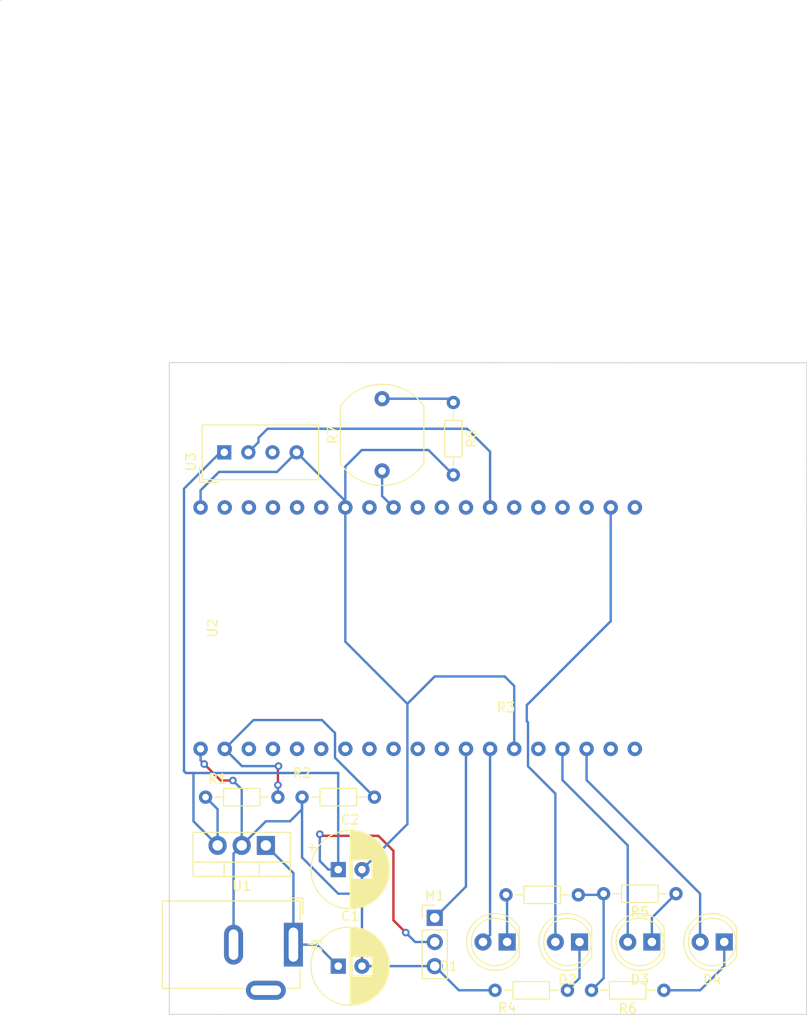
<source format=kicad_pcb>
(kicad_pcb (version 20211014) (generator pcbnew)
  (layers (0 "F.Cu" signal) (31 "B.Cu" signal) (34 "B.Paste" user) (35 "F.Paste" user) (36 "B.SilkS" user "B.Silkscreen") (37 "F.SilkS" user "F.Silkscreen") (38 "B.Mask" user) (39 "F.Mask" user) (44 "Edge.Cuts" user))
  (net 0 "")
  (net 1 "Net-(C1-Pad1)")
  (net 2 "GND")
  (net 3 "5V")
  (net 4 "Net-(D1-Pad1)")
  (net 5 "SERVO_LED2")
  (net 6 "Net-(D2-Pad1)")
  (net 7 "SERVO_LED1")
  (net 8 "Net-(D3-Pad1)")
  (net 9 "P1_LED")
  (net 10 "Net-(D4-Pad1)")
  (net 11 "P2_LED")
  (net 12 "SERVO_SIGNAL")
  (net 13 "3.3V")
  (net 14 "LDR1")
  (net 15 "Net-(R7-Pad2)")
  (net 40 "TEMP_SIG")
  (footprint "Capacitor_THT:CP_Radial_D8.0mm_P2.50mm" (layer "F.Cu") (at 116.84 129.54)
    (fp_text reference "C1" (at 1.25 -5.25) (layer "F.SilkS"))
    (fp_text value "C")
    (pad "1" thru_hole rect (at 0 0) (size 1.6 1.6) (drill 0.8) (layers *.Cu *.Mask) (net 1 "Net-(C1-Pad1)"))
    (pad "2" thru_hole circle (at 2.5 0) (size 1.6 1.6) (drill 0.8) (layers *.Cu *.Mask) (net 2 "GND"))
  )
  (footprint "LED_THT:LED_D5.0mm" (layer "F.Cu") (at 157.48 127 180)
    (fp_text reference "D4" (at 1.27 -3.96) (layer "F.SilkS"))
    (fp_text value "LED")
    (pad "1" thru_hole rect (at 0 0 180) (size 1.8 1.8) (drill 0.9) (layers *.Cu *.Mask) (net 10 "Net-(D4-Pad1)"))
    (pad "2" thru_hole circle (at 2.54 0 180) (size 1.8 1.8) (drill 0.9) (layers *.Cu *.Mask) (net 11 "P2_LED"))
  )
  (footprint "LED_THT:LED_D5.0mm" (layer "F.Cu") (at 142.24 127 180)
    (fp_text reference "D2" (at 1.27 -3.96) (layer "F.SilkS"))
    (fp_text value "LED")
    (pad "1" thru_hole rect (at 0 0 180) (size 1.8 1.8) (drill 0.9) (layers *.Cu *.Mask) (net 6 "Net-(D2-Pad1)"))
    (pad "2" thru_hole circle (at 2.54 0 180) (size 1.8 1.8) (drill 0.9) (layers *.Cu *.Mask) (net 7 "SERVO_LED1"))
  )
  (footprint "Connector_PinHeader_2.54mm:PinHeader_1x03_P2.54mm_Vertical" (layer "F.Cu") (at 127 124.46)
    (fp_text reference "M1" (at 0 -2.33) (layer "F.SilkS"))
    (fp_text value "Motor_Servo")
    (pad "1" thru_hole rect (at 0 0) (size 1.7 1.7) (drill 1) (layers *.Cu *.Mask) (net 12 "SERVO_SIGNAL"))
    (pad "2" thru_hole oval (at 0 2.54) (size 1.7 1.7) (drill 1) (layers *.Cu *.Mask) (net 3 "5V"))
    (pad "3" thru_hole oval (at 0 5.08) (size 1.7 1.7) (drill 1) (layers *.Cu *.Mask) (net 2 "GND"))
  )
  (footprint "Resistor_THT:R_Axial_DIN0204_L3.6mm_D1.6mm_P7.62mm_Horizontal" (layer "F.Cu") (at 102.87 111.76)
    (fp_text reference "R1" (at 1.27 -1.92) (layer "F.SilkS"))
    (fp_text value "1k")
    (pad "1" thru_hole circle (at 0 0) (size 1.4 1.4) (drill 0.7) (layers *.Cu *.Mask) (net 3 "5V"))
    (pad "2" thru_hole oval (at 7.62 0) (size 1.4 1.4) (drill 0.7) (layers *.Cu *.Mask) (net 13 "3.3V"))
  )
  (footprint "LED_THT:LED_D5.0mm" (layer "F.Cu") (at 149.86 127 180)
    (fp_text reference "D3" (at 1.27 -3.96) (layer "F.SilkS"))
    (fp_text value "LED")
    (pad "1" thru_hole rect (at 0 0 180) (size 1.8 1.8) (drill 0.9) (layers *.Cu *.Mask) (net 8 "Net-(D3-Pad1)"))
    (pad "2" thru_hole circle (at 2.54 0 180) (size 1.8 1.8) (drill 0.9) (layers *.Cu *.Mask) (net 9 "P1_LED"))
  )
  (footprint "Resistor_THT:R_Axial_DIN0204_L3.6mm_D1.6mm_P7.62mm_Horizontal" (layer "F.Cu") (at 120.65 111.76 180)
    (fp_text reference "R2" (at 7.62 2.54) (layer "F.SilkS"))
    (fp_text value "2k")
    (pad "1" thru_hole circle (at 0 0 180) (size 1.4 1.4) (drill 0.7) (layers *.Cu *.Mask) (net 13 "3.3V"))
    (pad "2" thru_hole oval (at 7.62 0 180) (size 1.4 1.4) (drill 0.7) (layers *.Cu *.Mask) (net 2 "GND"))
  )
  (footprint "OptoDevice:R_LDR_10x8.5mm_P7.6mm_Vertical" (layer "F.Cu") (at 121.46 77.44 90)
    (fp_text reference "R7" (at 3.8 -5.2 90) (layer "F.SilkS"))
    (fp_text value "LDR03")
    (pad "1" thru_hole circle (at 0 0 90) (size 1.6 1.6) (drill 0.8) (layers *.Cu *.Mask) (net 14 "LDR1"))
    (pad "2" thru_hole circle (at 7.6 0 90) (size 1.6 1.6) (drill 0.8) (layers *.Cu *.Mask) (net 15 "Net-(R7-Pad2)"))
  )
  (footprint "Sensor:Aosong_DHT11_5.5x12.0_P2.54mm" (layer "F.Cu") (at 104.8375 75.4825 90)
    (fp_text reference "U3" (at -1 -3.5 90) (layer "F.SilkS"))
    (fp_text value "DHT11")
    (pad "1" thru_hole rect (at 0 0 90) (size 1.5 1.5) (drill 0.8) (layers *.Cu *.Mask) (net 3 "5V"))
    (pad "2" thru_hole circle (at 0 2.54 90) (size 1.5 1.5) (drill 0.8) (layers *.Cu *.Mask) (net 40 "TEMP_SIG"))
    (pad "3" thru_hole circle (at 0 5.08 90) (size 1.5 1.5) (drill 0.8) (layers *.Cu *.Mask))
    (pad "4" thru_hole circle (at 0 7.62 90) (size 1.5 1.5) (drill 0.8) (layers *.Cu *.Mask) (net 2 "GND"))
  )
  (footprint "Resistor_THT:R_Axial_DIN0204_L3.6mm_D1.6mm_P7.62mm_Horizontal" (layer "F.Cu") (at 134.5 122.04)
    (fp_text reference "R3" (at 0 -19.7) (layer "F.SilkS"))
    (fp_text value "220")
    (pad "1" thru_hole circle (at 0 0) (size 1.4 1.4) (drill 0.7) (layers *.Cu *.Mask) (net 4 "Net-(D1-Pad1)"))
    (pad "2" thru_hole oval (at 7.62 0) (size 1.4 1.4) (drill 0.7) (layers *.Cu *.Mask) (net 2 "GND"))
  )
  (footprint "Capacitor_THT:CP_Radial_D8.0mm_P2.50mm" (layer "F.Cu") (at 116.84 119.38)
    (fp_text reference "C2" (at 1.25 -5.25) (layer "F.SilkS"))
    (fp_text value "C")
    (pad "1" thru_hole rect (at 0 0) (size 1.6 1.6) (drill 0.8) (layers *.Cu *.Mask) (net 3 "5V"))
    (pad "2" thru_hole circle (at 2.5 0) (size 1.6 1.6) (drill 0.8) (layers *.Cu *.Mask) (net 2 "GND"))
  )
  (footprint "LED_THT:LED_D5.0mm" (layer "F.Cu") (at 134.62 127 180)
    (fp_text reference "D1" (at 6.160048 -2.54) (layer "F.SilkS"))
    (fp_text value "LED")
    (pad "1" thru_hole rect (at 0 0 180) (size 1.8 1.8) (drill 0.9) (layers *.Cu *.Mask) (net 4 "Net-(D1-Pad1)"))
    (pad "2" thru_hole circle (at 2.54 0 180) (size 1.8 1.8) (drill 0.9) (layers *.Cu *.Mask) (net 5 "SERVO_LED2"))
  )
  (footprint "Connector_BarrelJack:BarrelJack_GCT_DCJ200-10-A_Horizontal" (layer "F.Cu") (at 112.12 127.28 -90)
    (fp_text reference "J1" (at 0 -2.5 90) (layer "F.SilkS"))
    (fp_text value "Barrel_Jack")
    (pad "1" thru_hole rect (at 0 0 270) (size 4.6 2) (drill oval 3.6 1) (layers *.Cu *.Mask) (net 1 "Net-(C1-Pad1)"))
    (pad "2" thru_hole oval (at 0 6.3 270) (size 4.2 2) (drill oval 3.2 1) (layers *.Cu *.Mask) (net 2 "GND"))
    (pad "3" thru_hole oval (at 4.8 2.9 270) (size 2 4.2) (drill oval 1 3.2) (layers *.Cu *.Mask))
  )
  (footprint "Package_TO_SOT_THT:TO-220-3_Vertical" (layer "F.Cu") (at 109.22 116.84 180)
    (fp_text reference "U1" (at 2.54 -4.27) (layer "F.SilkS"))
    (fp_text value "LM7805_TO220")
    (pad "1" thru_hole rect (at 0 0 180) (size 1.905 2) (drill 1.1) (layers *.Cu *.Mask) (net 1 "Net-(C1-Pad1)"))
    (pad "2" thru_hole oval (at 2.54 0 180) (size 1.905 2) (drill 1.1) (layers *.Cu *.Mask) (net 2 "GND"))
    (pad "3" thru_hole oval (at 5.08 0 180) (size 1.905 2) (drill 1.1) (layers *.Cu *.Mask) (net 3 "5V"))
  )
  (footprint "Resistor_THT:R_Axial_DIN0204_L3.6mm_D1.6mm_P7.62mm_Horizontal" (layer "F.Cu") (at 128.96 70.24 -90)
    (fp_text reference "R8" (at 3.81 -1.92 90) (layer "F.SilkS"))
    (fp_text value "10k")
    (pad "1" thru_hole circle (at 0 0 270) (size 1.4 1.4) (drill 0.7) (layers *.Cu *.Mask) (net 15 "Net-(R7-Pad2)"))
    (pad "2" thru_hole oval (at 7.62 0 270) (size 1.4 1.4) (drill 0.7) (layers *.Cu *.Mask) (net 2 "GND"))
  )
  (footprint "Resistor_THT:R_Axial_DIN0204_L3.6mm_D1.6mm_P7.62mm_Horizontal" (layer "F.Cu") (at 152.4 121.92 180)
    (fp_text reference "R5" (at 3.81 -1.92) (layer "F.SilkS"))
    (fp_text value "220")
    (pad "1" thru_hole circle (at 0 0 180) (size 1.4 1.4) (drill 0.7) (layers *.Cu *.Mask) (net 8 "Net-(D3-Pad1)"))
    (pad "2" thru_hole oval (at 7.62 0 180) (size 1.4 1.4) (drill 0.7) (layers *.Cu *.Mask) (net 2 "GND"))
  )
  (footprint "NodeMCU-DEVKITV1:ESP32-DOIT-DEVKIT" (layer "F.Cu") (at 99.8075 93.98 90)
    (fp_text reference "U2" (at 0 3.81 90) (layer "F.SilkS"))
    (fp_text value "NodeMCU")
    (pad "1" thru_hole circle (at -12.7 2.54 90) (size 1.524 1.524) (drill 0.762) (layers *.Cu *.Mask) (net 2 "GND"))
    (pad "2" thru_hole circle (at -12.7 5.08 90) (size 1.524 1.524) (drill 0.762) (layers *.Cu *.Mask) (net 13 "3.3V"))
    (pad "3" thru_hole circle (at -12.7 7.62 90) (size 1.524 1.524) (drill 0.762) (layers *.Cu *.Mask))
    (pad "4" thru_hole circle (at -12.7 10.16 90) (size 1.524 1.524) (drill 0.762) (layers *.Cu *.Mask))
    (pad "5" thru_hole circle (at -12.7 12.7 90) (size 1.524 1.524) (drill 0.762) (layers *.Cu *.Mask))
    (pad "5V" thru_hole circle (at -12.7 48.26 90) (size 1.524 1.524) (drill 0.762) (layers *.Cu *.Mask))
    (pad "6" thru_hole circle (at -12.7 15.24 90) (size 1.524 1.524) (drill 0.762) (layers *.Cu *.Mask))
    (pad "7" thru_hole circle (at -12.7 17.78 90) (size 1.524 1.524) (drill 0.762) (layers *.Cu *.Mask))
    (pad "8" thru_hole circle (at -12.7 20.32 90) (size 1.524 1.524) (drill 0.762) (layers *.Cu *.Mask))
    (pad "9" thru_hole circle (at -12.7 22.86 90) (size 1.524 1.524) (drill 0.762) (layers *.Cu *.Mask))
    (pad "10" thru_hole circle (at -12.7 25.4 90) (size 1.524 1.524) (drill 0.762) (layers *.Cu *.Mask))
    (pad "11" thru_hole circle (at -12.7 27.94 90) (size 1.524 1.524) (drill 0.762) (layers *.Cu *.Mask))
    (pad "12" thru_hole circle (at -12.7 30.48 90) (size 1.524 1.524) (drill 0.762) (layers *.Cu *.Mask) (net 12 "SERVO_SIGNAL"))
    (pad "13" thru_hole circle (at -12.7 33.02 90) (size 1.524 1.524) (drill 0.762) (layers *.Cu *.Mask) (net 5 "SERVO_LED2"))
    (pad "15" thru_hole circle (at -12.7 38.1 90) (size 1.524 1.524) (drill 0.762) (layers *.Cu *.Mask))
    (pad "16" thru_hole circle (at -12.7 40.64 90) (size 1.524 1.524) (drill 0.762) (layers *.Cu *.Mask) (net 9 "P1_LED"))
    (pad "17" thru_hole circle (at -12.7 43.18 90) (size 1.524 1.524) (drill 0.762) (layers *.Cu *.Mask) (net 11 "P2_LED"))
    (pad "18" thru_hole circle (at -12.7 45.72 90) (size 1.524 1.524) (drill 0.762) (layers *.Cu *.Mask))
    (pad "19" thru_hole circle (at 12.7 45.72 90) (size 1.524 1.524) (drill 0.762) (layers *.Cu *.Mask) (net 7 "SERVO_LED1"))
    (pad "20" thru_hole circle (at 12.7 43.18 90) (size 1.524 1.524) (drill 0.762) (layers *.Cu *.Mask))
    (pad "21" thru_hole circle (at 12.7 40.64 90) (size 1.524 1.524) (drill 0.762) (layers *.Cu *.Mask))
    (pad "22" thru_hole circle (at 12.7 38.1 90) (size 1.524 1.524) (drill 0.762) (layers *.Cu *.Mask))
    (pad "23" thru_hole circle (at 12.7 35.56 90) (size 1.524 1.524) (drill 0.762) (layers *.Cu *.Mask))
    (pad "24" thru_hole circle (at 12.7 33.02 90) (size 1.524 1.524) (drill 0.762) (layers *.Cu *.Mask) (net 40 "TEMP_SIG"))
    (pad "25" thru_hole circle (at 12.7 30.48 90) (size 1.524 1.524) (drill 0.762) (layers *.Cu *.Mask))
    (pad "26" thru_hole circle (at 12.7 27.94 90) (size 1.524 1.524) (drill 0.762) (layers *.Cu *.Mask))
    (pad "27" thru_hole circle (at 12.7 25.4 90) (size 1.524 1.524) (drill 0.762) (layers *.Cu *.Mask))
    (pad "28" thru_hole circle (at 12.7 22.86 90) (size 1.524 1.524) (drill 0.762) (layers *.Cu *.Mask) (net 14 "LDR1"))
    (pad "29" thru_hole circle (at 12.7 20.32 90) (size 1.524 1.524) (drill 0.762) (layers *.Cu *.Mask))
    (pad "31" thru_hole circle (at 12.7 15.24 90) (size 1.524 1.524) (drill 0.762) (layers *.Cu *.Mask))
    (pad "32" thru_hole circle (at 12.7 12.7 90) (size 1.524 1.524) (drill 0.762) (layers *.Cu *.Mask))
    (pad "33" thru_hole circle (at 12.7 10.16 90) (size 1.524 1.524) (drill 0.762) (layers *.Cu *.Mask))
    (pad "34" thru_hole circle (at 12.7 7.62 90) (size 1.524 1.524) (drill 0.762) (layers *.Cu *.Mask))
    (pad "35" thru_hole circle (at 12.7 5.08 90) (size 1.524 1.524) (drill 0.762) (layers *.Cu *.Mask))
    (pad "38" thru_hole circle (at 12.7 48.26 90) (size 1.524 1.524) (drill 0.762) (layers *.Cu *.Mask))
    (pad "GND" thru_hole circle (at 12.7 2.54 90) (size 1.524 1.524) (drill 0.762) (layers *.Cu *.Mask) (net 2 "GND"))
    (pad "GND" thru_hole circle (at -12.7 35.56 90) (size 1.524 1.524) (drill 0.762) (layers *.Cu *.Mask) (net 2 "GND"))
    (pad "GND" thru_hole circle (at 12.7 17.78 90) (size 1.524 1.524) (drill 0.762) (layers *.Cu *.Mask) (net 2 "GND"))
  )
  (footprint "Resistor_THT:R_Axial_DIN0204_L3.6mm_D1.6mm_P7.62mm_Horizontal" (layer "F.Cu") (at 140.97 132.08 180)
    (fp_text reference "R4" (at 6.35 -1.844948) (layer "F.SilkS"))
    (fp_text value "220")
    (pad "1" thru_hole circle (at 0 0 180) (size 1.4 1.4) (drill 0.7) (layers *.Cu *.Mask) (net 6 "Net-(D2-Pad1)"))
    (pad "2" thru_hole oval (at 7.62 0 180) (size 1.4 1.4) (drill 0.7) (layers *.Cu *.Mask) (net 2 "GND"))
  )
  (footprint "Resistor_THT:R_Axial_DIN0204_L3.6mm_D1.6mm_P7.62mm_Horizontal" (layer "F.Cu") (at 151.13 132.08 180)
    (fp_text reference "R6" (at 3.81 -1.92) (layer "F.SilkS"))
    (fp_text value "220")
    (pad "1" thru_hole circle (at 0 0 180) (size 1.4 1.4) (drill 0.7) (layers *.Cu *.Mask) (net 10 "Net-(D4-Pad1)"))
    (pad "2" thru_hole oval (at 7.62 0 180) (size 1.4 1.4) (drill 0.7) (layers *.Cu *.Mask) (net 2 "GND"))
  )
  (gr_line (start 99.06 66.04) (end 166.1668 66.0654) (layer "Edge.Cuts") (width 0.1))
  (gr_line (start 99.06 134.62) (end 104.1654 134.62) (layer "Edge.Cuts") (width 0.1))
  (gr_line (start 166.1414 134.62) (end 166.1668 66.0654) (layer "Edge.Cuts") (width 0.1))
  (gr_arc (start 81.28 27.94) (mid 81.28 27.94) (end 81.28 27.94) (layer "Edge.Cuts") (width 0.1))
  (gr_line (start 99.06 66.04) (end 99.06 134.62) (layer "Edge.Cuts") (width 0.1))
  (gr_line (start 104.1654 134.62) (end 166.1414 134.62) (layer "Edge.Cuts") (width 0.1))
  (segment (start 112.12 119.74) (end 109.22 116.84) (width 0.25) (layer "B.Cu") (net 1))
  (segment (start 112.12 127.28) (end 114.58 127.28) (width 0.25) (layer "B.Cu") (net 1))
  (segment (start 114.58 127.28) (end 116.84 129.54) (width 0.25) (layer "B.Cu") (net 1))
  (segment (start 112.12 127.28) (end 112.12 119.74) (width 0.25) (layer "B.Cu") (net 1))
  (segment (start 104.46 110.01) (end 105.75 110.01) (width 0.25) (layer "F.Cu") (net 2))
  (segment (start 102.73 108.28) (end 104.46 110.01) (width 0.25) (layer "F.Cu") (net 2))
  (via (at 102.73 108.28) (size 0.8) (drill 0.4) (layers "F.Cu" "B.Cu") (net 2))
  (via (at 105.75 110.01) (size 0.8) (drill 0.4) (layers "F.Cu" "B.Cu") (net 2))
  (segment (start 126.34 75.24) (end 119.32 75.24) (width 0.25) (layer "B.Cu") (net 2))
  (segment (start 143.51 132.08) (end 144.78 130.81) (width 0.25) (layer "B.Cu") (net 2))
  (segment (start 116.84 121.92) (end 119.38 121.92) (width 0.25) (layer "B.Cu") (net 2))
  (segment (start 117.5875 95.405522) (end 124.120989 101.939011) (width 0.25) (layer "B.Cu") (net 2))
  (segment (start 112.4575 75.4825) (end 117.5875 80.6125) (width 0.25) (layer "B.Cu") (net 2))
  (segment (start 111.76 114.3) (end 113.03 113.03) (width 0.25) (layer "B.Cu") (net 2))
  (segment (start 117.5875 76.9725) (end 117.5875 81.28) (width 0.25) (layer "B.Cu") (net 2))
  (segment (start 119.34 129.54) (end 127 129.54) (width 0.25) (layer "B.Cu") (net 2))
  (segment (start 117.5875 81.28) (end 117.5875 95.405522) (width 0.25) (layer "B.Cu") (net 2))
  (segment (start 109.22 114.3) (end 111.76 114.3) (width 0.25) (layer "B.Cu") (net 2))
  (segment (start 110.4 77.54) (end 104.29 77.54) (width 0.25) (layer "B.Cu") (net 2))
  (segment (start 144.78 130.81) (end 144.78 121.92) (width 0.25) (layer "B.Cu") (net 2))
  (segment (start 133.35 132.08) (end 129.54 132.08) (width 0.25) (layer "B.Cu") (net 2))
  (segment (start 124.120989 101.939011) (end 127 99.06) (width 0.25) (layer "B.Cu") (net 2))
  (segment (start 102.3475 106.68) (end 102.3475 107.8975) (width 0.25) (layer "B.Cu") (net 2))
  (segment (start 112.4575 75.4825) (end 110.4 77.54) (width 0.25) (layer "B.Cu") (net 2))
  (segment (start 104.29 77.54) (end 102.3475 79.4825) (width 0.25) (layer "B.Cu") (net 2))
  (segment (start 119.34 119.38) (end 124.120989 114.599011) (width 0.25) (layer "B.Cu") (net 2))
  (segment (start 106.68 110.94) (end 106.68 116.84) (width 0.25) (layer "B.Cu") (net 2))
  (segment (start 124.120989 114.599011) (end 124.120989 101.939011) (width 0.25) (layer "B.Cu") (net 2))
  (segment (start 128.96 77.86) (end 126.34 75.24) (width 0.25) (layer "B.Cu") (net 2))
  (segment (start 106.68 116.84) (end 109.22 114.3) (width 0.25) (layer "B.Cu") (net 2))
  (segment (start 144.66 122.04) (end 144.78 121.92) (width 0.25) (layer "B.Cu") (net 2))
  (segment (start 119.34 129.54) (end 119.38 129.54) (width 0.25) (layer "B.Cu") (net 2))
  (segment (start 135.3675 100.06344) (end 135.3675 106.68) (width 0.25) (layer "B.Cu") (net 2))
  (segment (start 119.38 129.54) (end 119.34 129.5) (width 0.25) (layer "B.Cu") (net 2))
  (segment (start 117.5875 80.6125) (end 117.5875 81.28) (width 0.25) (layer "B.Cu") (net 2))
  (segment (start 113.03 118.11) (end 116.84 121.92) (width 0.25) (layer "B.Cu") (net 2))
  (segment (start 113.03 113.03) (end 113.03 111.76) (width 0.25) (layer "B.Cu") (net 2))
  (segment (start 119.32 75.24) (end 117.5875 76.9725) (width 0.25) (layer "B.Cu") (net 2))
  (segment (start 134.36406 99.06) (end 135.3675 100.06344) (width 0.25) (layer "B.Cu") (net 2))
  (segment (start 119.38 121.92) (end 119.34 121.88) (width 0.25) (layer "B.Cu") (net 2))
  (segment (start 129.54 132.08) (end 127 129.54) (width 0.25) (layer "B.Cu") (net 2))
  (segment (start 127 99.06) (end 134.36406 99.06) (width 0.25) (layer "B.Cu") (net 2))
  (segment (start 105.75 110.01) (end 106.68 110.94) (width 0.25) (layer "B.Cu") (net 2))
  (segment (start 119.34 121.88) (end 119.34 119.38) (width 0.25) (layer "B.Cu") (net 2))
  (segment (start 102.3475 79.4825) (end 102.3475 81.28) (width 0.25) (layer "B.Cu") (net 2))
  (segment (start 105.82 127.28) (end 105.82 117.7) (width 0.25) (layer "B.Cu") (net 2))
  (segment (start 102.3475 107.8975) (end 102.73 108.28) (width 0.25) (layer "B.Cu") (net 2))
  (segment (start 113.03 111.76) (end 113.03 118.11) (width 0.25) (layer "B.Cu") (net 2))
  (segment (start 119.34 129.5) (end 119.34 119.38) (width 0.25) (layer "B.Cu") (net 2))
  (segment (start 142.12 122.04) (end 144.66 122.04) (width 0.25) (layer "B.Cu") (net 2))
  (segment (start 105.82 117.7) (end 106.68 116.84) (width 0.25) (layer "B.Cu") (net 2))
  (segment (start 123.95 126.01) (end 122.65 124.71) (width 0.25) (layer "F.Cu") (net 3))
  (segment (start 114.9 115.76) (end 114.9 115.66) (width 0.25) (layer "F.Cu") (net 3))
  (segment (start 121.07 115.83) (end 114.97 115.83) (width 0.25) (layer "F.Cu") (net 3))
  (segment (start 114.97 115.83) (end 114.9 115.76) (width 0.25) (layer "F.Cu") (net 3))
  (segment (start 122.65 124.71) (end 122.65 117.41) (width 0.25) (layer "F.Cu") (net 3))
  (segment (start 122.65 117.41) (end 121.07 115.83) (width 0.25) (layer "F.Cu") (net 3))
  (via (at 114.9 115.66) (size 0.8) (drill 0.4) (layers "F.Cu" "B.Cu") (net 3))
  (via (at 123.95 126.01) (size 0.8) (drill 0.4) (layers "F.Cu" "B.Cu") (net 3))
  (segment (start 124.94 127) (end 123.95 126.01) (width 0.25) (layer "B.Cu") (net 3))
  (segment (start 127 127) (end 124.94 127) (width 0.25) (layer "B.Cu") (net 3))
  (segment (start 101.6 109.22) (end 116.84 109.22) (width 0.25) (layer "B.Cu") (net 3))
  (segment (start 101.6 114.3) (end 101.6 109.22) (width 0.25) (layer "B.Cu") (net 3))
  (segment (start 100.6 109.02) (end 100.8 109.22) (width 0.25) (layer "B.Cu") (net 3))
  (segment (start 114.9 115.66) (end 114.9 118.48) (width 0.25) (layer "B.Cu") (net 3))
  (segment (start 104.14 113.03) (end 102.87 111.76) (width 0.25) (layer "B.Cu") (net 3))
  (segment (start 100.8 109.22) (end 101.6 109.22) (width 0.25) (layer "B.Cu") (net 3))
  (segment (start 104.8375 75.4825) (end 104.4275 75.4825) (width 0.25) (layer "B.Cu") (net 3))
  (segment (start 100.6 79.31) (end 100.6 109.02) (width 0.25) (layer "B.Cu") (net 3))
  (segment (start 115.8 119.38) (end 116.84 119.38) (width 0.25) (layer "B.Cu") (net 3))
  (segment (start 104.4275 75.4825) (end 100.6 79.31) (width 0.25) (layer "B.Cu") (net 3))
  (segment (start 116.84 109.22) (end 116.84 119.38) (width 0.25) (layer "B.Cu") (net 3))
  (segment (start 114.9 118.48) (end 115.8 119.38) (width 0.25) (layer "B.Cu") (net 3))
  (segment (start 104.14 116.84) (end 101.6 114.3) (width 0.25) (layer "B.Cu") (net 3))
  (segment (start 104.14 116.84) (end 104.14 113.03) (width 0.25) (layer "B.Cu") (net 3))
  (segment (start 134.62 122.16) (end 134.5 122.04) (width 0.25) (layer "B.Cu") (net 4))
  (segment (start 134.62 127) (end 134.62 122.16) (width 0.25) (layer "B.Cu") (net 4))
  (segment (start 132.8275 126.2525) (end 132.08 127) (width 0.25) (layer "B.Cu") (net 5))
  (segment (start 132.8275 106.68) (end 132.8275 126.2525) (width 0.25) (layer "B.Cu") (net 5))
  (segment (start 140.97 132.08) (end 142.24 130.81) (width 0.25) (layer "B.Cu") (net 6))
  (segment (start 142.24 130.81) (end 142.24 127) (width 0.25) (layer "B.Cu") (net 6))
  (segment (start 136.69 102.085) (end 145.5275 93.2475) (width 0.25) (layer "B.Cu") (net 7))
  (segment (start 145.5275 93.2475) (end 145.5275 81.28) (width 0.25) (layer "B.Cu") (net 7))
  (segment (start 139.7 127) (end 139.7 111.39) (width 0.25) (layer "B.Cu") (net 7))
  (segment (start 139.7 111.39) (end 136.820989 108.510989) (width 0.25) (layer "B.Cu") (net 7))
  (segment (start 136.820989 103.900989) (end 136.69 103.77) (width 0.25) (layer "B.Cu") (net 7))
  (segment (start 136.69 103.77) (end 136.69 102.085) (width 0.25) (layer "B.Cu") (net 7))
  (segment (start 136.820989 108.510989) (end 136.820989 103.900989) (width 0.25) (layer "B.Cu") (net 7))
  (segment (start 152.4 121.92) (end 149.86 124.46) (width 0.25) (layer "B.Cu") (net 8))
  (segment (start 149.86 124.46) (end 149.86 127) (width 0.25) (layer "B.Cu") (net 8))
  (segment (start 147.32 116.84) (end 140.4475 109.9675) (width 0.25) (layer "B.Cu") (net 9))
  (segment (start 140.4475 109.9675) (end 140.4475 106.68) (width 0.25) (layer "B.Cu") (net 9))
  (segment (start 147.32 127) (end 147.32 116.84) (width 0.25) (layer "B.Cu") (net 9))
  (segment (start 151.13 132.08) (end 154.94 132.08) (width 0.25) (layer "B.Cu") (net 10))
  (segment (start 157.48 129.54) (end 157.48 127) (width 0.25) (layer "B.Cu") (net 10))
  (segment (start 154.94 132.08) (end 157.48 129.54) (width 0.25) (layer "B.Cu") (net 10))
  (segment (start 142.9875 106.68) (end 142.9875 109.9675) (width 0.25) (layer "B.Cu") (net 11))
  (segment (start 154.94 127) (end 154.94 121.92) (width 0.25) (layer "B.Cu") (net 11))
  (segment (start 142.9875 109.9675) (end 149.86 116.84) (width 0.25) (layer "B.Cu") (net 11))
  (segment (start 154.94 121.92) (end 149.86 116.84) (width 0.25) (layer "B.Cu") (net 11))
  (segment (start 130.2875 106.68) (end 130.2875 121.1725) (width 0.25) (layer "B.Cu") (net 12))
  (segment (start 130.2875 121.1725) (end 127 124.46) (width 0.25) (layer "B.Cu") (net 12))
  (segment (start 110.49 108.5555) (end 110.55 108.4955) (width 0.25) (layer "F.Cu") (net 13))
  (segment (start 110.49 110.49) (end 110.49 108.5555) (width 0.25) (layer "F.Cu") (net 13))
  (via (at 110.55 108.4955) (size 0.8) (drill 0.4) (layers "F.Cu" "B.Cu") (net 13))
  (via (at 110.49 110.49) (size 0.8) (drill 0.4) (layers "F.Cu" "B.Cu") (net 13))
  (segment (start 116.500989 107.610989) (end 116.500989 105.020989) (width 0.25) (layer "B.Cu") (net 13))
  (segment (start 110.55 108.4955) (end 106.703 108.4955) (width 0.25) (layer "B.Cu") (net 13))
  (segment (start 110.49 111.76) (end 110.49 110.49) (width 0.25) (layer "B.Cu") (net 13))
  (segment (start 115.13 103.65) (end 107.9175 103.65) (width 0.25) (layer "B.Cu") (net 13))
  (segment (start 116.500989 105.020989) (end 115.13 103.65) (width 0.25) (layer "B.Cu") (net 13))
  (segment (start 106.703 108.4955) (end 104.8875 106.68) (width 0.25) (layer "B.Cu") (net 13))
  (segment (start 120.65 111.76) (end 116.500989 107.610989) (width 0.25) (layer "B.Cu") (net 13))
  (segment (start 107.9175 103.65) (end 104.8875 106.68) (width 0.25) (layer "B.Cu") (net 13))
  (segment (start 121.46 80.0725) (end 122.6675 81.28) (width 0.25) (layer "B.Cu") (net 14))
  (segment (start 121.46 77.44) (end 121.46 80.0725) (width 0.25) (layer "B.Cu") (net 14))
  (segment (start 128.56 69.84) (end 128.96 70.24) (width 0.25) (layer "B.Cu") (net 15))
  (segment (start 121.46 69.84) (end 128.56 69.84) (width 0.25) (layer "B.Cu") (net 15))
  (segment (start 108.44 74.42) (end 108.44 73.96) (width 0.25) (layer "B.Cu") (net 40))
  (segment (start 107.3775 75.4825) (end 108.44 74.42) (width 0.25) (layer "B.Cu") (net 40))
  (segment (start 108.44 73.96) (end 109.4 73) (width 0.25) (layer "B.Cu") (net 40))
  (segment (start 132.8275 75.4175) (end 132.8275 81.28) (width 0.25) (layer "B.Cu") (net 40))
  (segment (start 130.41 73) (end 132.8275 75.4175) (width 0.25) (layer "B.Cu") (net 40))
  (segment (start 109.4 73) (end 130.41 73) (width 0.25) (layer "B.Cu") (net 40))
)
</source>
